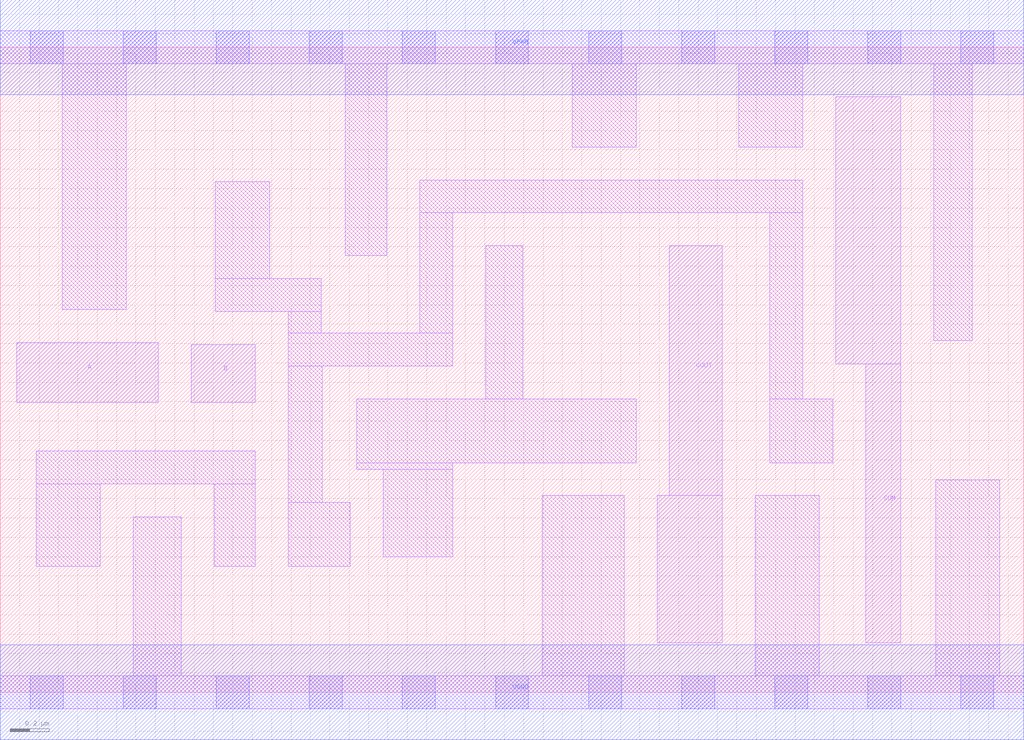
<source format=lef>
# Copyright 2020 The SkyWater PDK Authors
#
# Licensed under the Apache License, Version 2.0 (the "License");
# you may not use this file except in compliance with the License.
# You may obtain a copy of the License at
#
#     https://www.apache.org/licenses/LICENSE-2.0
#
# Unless required by applicable law or agreed to in writing, software
# distributed under the License is distributed on an "AS IS" BASIS,
# WITHOUT WARRANTIES OR CONDITIONS OF ANY KIND, either express or implied.
# See the License for the specific language governing permissions and
# limitations under the License.
#
# SPDX-License-Identifier: Apache-2.0

VERSION 5.7 ;
  NAMESCASESENSITIVE ON ;
  NOWIREEXTENSIONATPIN ON ;
  DIVIDERCHAR "/" ;
  BUSBITCHARS "[]" ;
UNITS
  DATABASE MICRONS 200 ;
END UNITS
MACRO sky130_fd_sc_lp__ha_2
  CLASS CORE ;
  SOURCE USER ;
  FOREIGN sky130_fd_sc_lp__ha_2 ;
  ORIGIN  0.000000  0.000000 ;
  SIZE  5.280000 BY  3.330000 ;
  SYMMETRY X Y R90 ;
  SITE unit ;
  PIN A
    ANTENNAGATEAREA  0.318000 ;
    DIRECTION INPUT ;
    USE SIGNAL ;
    PORT
      LAYER li1 ;
        RECT 0.085000 1.495000 0.815000 1.805000 ;
    END
  END A
  PIN B
    ANTENNAGATEAREA  0.318000 ;
    DIRECTION INPUT ;
    USE SIGNAL ;
    PORT
      LAYER li1 ;
        RECT 0.985000 1.495000 1.315000 1.795000 ;
    END
  END B
  PIN COUT
    ANTENNADIFFAREA  0.588000 ;
    DIRECTION OUTPUT ;
    USE SIGNAL ;
    PORT
      LAYER li1 ;
        RECT 3.390000 0.255000 3.725000 1.015000 ;
        RECT 3.450000 1.015000 3.725000 2.305000 ;
    END
  END COUT
  PIN SUM
    ANTENNADIFFAREA  0.588000 ;
    DIRECTION OUTPUT ;
    USE SIGNAL ;
    PORT
      LAYER li1 ;
        RECT 4.310000 1.695000 4.645000 3.075000 ;
        RECT 4.465000 0.255000 4.645000 1.695000 ;
    END
  END SUM
  PIN VGND
    DIRECTION INOUT ;
    USE GROUND ;
    PORT
      LAYER met1 ;
        RECT 0.000000 -0.245000 5.280000 0.245000 ;
    END
  END VGND
  PIN VPWR
    DIRECTION INOUT ;
    USE POWER ;
    PORT
      LAYER met1 ;
        RECT 0.000000 3.085000 5.280000 3.575000 ;
    END
  END VPWR
  OBS
    LAYER li1 ;
      RECT 0.000000 -0.085000 5.280000 0.085000 ;
      RECT 0.000000  3.245000 5.280000 3.415000 ;
      RECT 0.185000  0.650000 0.515000 1.075000 ;
      RECT 0.185000  1.075000 1.315000 1.245000 ;
      RECT 0.320000  1.975000 0.650000 3.245000 ;
      RECT 0.685000  0.085000 0.935000 0.905000 ;
      RECT 1.105000  0.650000 1.315000 1.075000 ;
      RECT 1.110000  1.965000 1.655000 2.135000 ;
      RECT 1.110000  2.135000 1.390000 2.635000 ;
      RECT 1.485000  0.650000 1.805000 0.980000 ;
      RECT 1.485000  0.980000 1.660000 1.685000 ;
      RECT 1.485000  1.685000 2.335000 1.855000 ;
      RECT 1.485000  1.855000 1.655000 1.965000 ;
      RECT 1.780000  2.255000 1.995000 3.245000 ;
      RECT 1.840000  1.150000 2.335000 1.185000 ;
      RECT 1.840000  1.185000 3.280000 1.515000 ;
      RECT 1.975000  0.700000 2.335000 1.150000 ;
      RECT 2.165000  1.855000 2.335000 2.475000 ;
      RECT 2.165000  2.475000 4.140000 2.645000 ;
      RECT 2.505000  1.515000 2.695000 2.305000 ;
      RECT 2.795000  0.085000 3.220000 1.015000 ;
      RECT 2.950000  2.815000 3.280000 3.245000 ;
      RECT 3.810000  2.815000 4.140000 3.245000 ;
      RECT 3.895000  0.085000 4.225000 1.015000 ;
      RECT 3.970000  1.185000 4.295000 1.515000 ;
      RECT 3.970000  1.515000 4.140000 2.475000 ;
      RECT 4.815000  1.815000 5.015000 3.245000 ;
      RECT 4.825000  0.085000 5.155000 1.095000 ;
    LAYER mcon ;
      RECT 0.155000 -0.085000 0.325000 0.085000 ;
      RECT 0.155000  3.245000 0.325000 3.415000 ;
      RECT 0.635000 -0.085000 0.805000 0.085000 ;
      RECT 0.635000  3.245000 0.805000 3.415000 ;
      RECT 1.115000 -0.085000 1.285000 0.085000 ;
      RECT 1.115000  3.245000 1.285000 3.415000 ;
      RECT 1.595000 -0.085000 1.765000 0.085000 ;
      RECT 1.595000  3.245000 1.765000 3.415000 ;
      RECT 2.075000 -0.085000 2.245000 0.085000 ;
      RECT 2.075000  3.245000 2.245000 3.415000 ;
      RECT 2.555000 -0.085000 2.725000 0.085000 ;
      RECT 2.555000  3.245000 2.725000 3.415000 ;
      RECT 3.035000 -0.085000 3.205000 0.085000 ;
      RECT 3.035000  3.245000 3.205000 3.415000 ;
      RECT 3.515000 -0.085000 3.685000 0.085000 ;
      RECT 3.515000  3.245000 3.685000 3.415000 ;
      RECT 3.995000 -0.085000 4.165000 0.085000 ;
      RECT 3.995000  3.245000 4.165000 3.415000 ;
      RECT 4.475000 -0.085000 4.645000 0.085000 ;
      RECT 4.475000  3.245000 4.645000 3.415000 ;
      RECT 4.955000 -0.085000 5.125000 0.085000 ;
      RECT 4.955000  3.245000 5.125000 3.415000 ;
  END
END sky130_fd_sc_lp__ha_2

</source>
